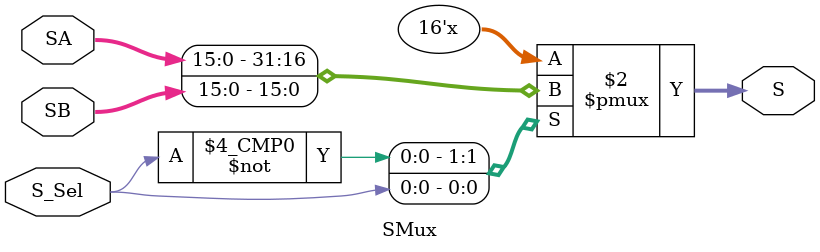
<source format=v>
`timescale 1ns / 1ps
/****************************** C E C S  3 0 1 ******************************
 * 
 * File Name:  SMux.v
 * Project:    lab8
 * Designer:   Blas Arras and Naoaki Takatsu
 * Email:      blas.arras@yahoo.com
 *	            naoakitatkatsu@student.csulb.edu
 * Rev. No.:   Version 1.0
 * Rev. Date:  04/09/2017
 *
 * Purpose:    This SMux multiplexer module will control which input the
 *					output will obtain.
 *         
 * Notes:      This module will use two 16 bit inputs SA and SB. S_Sel will
 *					then control which input the output S will obtain. 
 *
 ****************************************************************************/
module SMux( SA, SB, S_Sel, S );
	input [15:0] SA, SB; // 16 bit input A, input B 
	input S_Sel;         // input selector
	output reg [15:0] S; // 16 bit output
	
	always @ (*)
	begin
	
		case( S_Sel )
		1'b0 : S = SA;    // pass SA
		1'b1 : S = SB;    // pass SB
	default : S = 16'b0; // pass 16 bits of 0s
		endcase
	
	end // end always

endmodule

</source>
